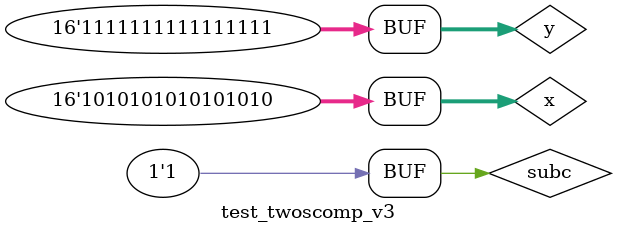
<source format=v>
`timescale 1ns / 1ps


module test_twoscomp_v3;

	// Inputs
	reg [15:0] x;
	reg [15:0] y;
	reg subc;

	// Outputs
	wire [15:0] s;
	wire carry;
	wire overflow;

	// Instantiate the Unit Under Test (UUT)
	TwosCompl uut (
		.x(x), 
		.y(y), 
		.subc(subc), 
		.s(s), 
		.carry(carry), 
		.overflow(overflow)
	);

	initial begin
		// Initialize Inputs
		x = 16'b1010101010101010;
		y = 16'b1111111111111111;
		subc = 0;

		// Wait 100 ns for global reset to finish
		#100;
		x = 16'b1010101010101010;
		y = 16'b0000000000000000;
		subc = 0;
		
		#100;
		x = 16'b1010101010101010;
		y = 16'b1111111111111111;
		subc = 1;
		// Add stimulus here

	end
      
endmodule


</source>
